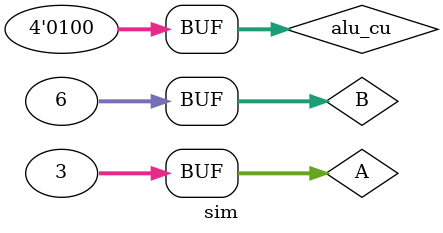
<source format=v>
`timescale 1ns / 1ps


module sim;
    reg [3:0] alu_cu;
    reg [31:0] A;
    reg [31:0] B;
    wire [31:0] res;
    wire Z;
    wire N;
    
Alu uut(
    .alu_cu(alu_cu),
    .A(A),
    .B(B),
    .res(res),
    .Z(Z),
    .N(N)
    );
    
    initial begin
    A = 32'b00000000000000000000000000000011 ; 
    B = 32'b00000000000000000000000000000110 ;
    alu_cu = 4'b0000;
    #50; alu_cu = 4'b1000;
    #50; alu_cu = 4'b0001;
    #50; alu_cu = 4'b0010;
    #50; alu_cu = 4'b0011;
    #50; alu_cu = 4'b0100;
    end
    
   
endmodule
</source>
